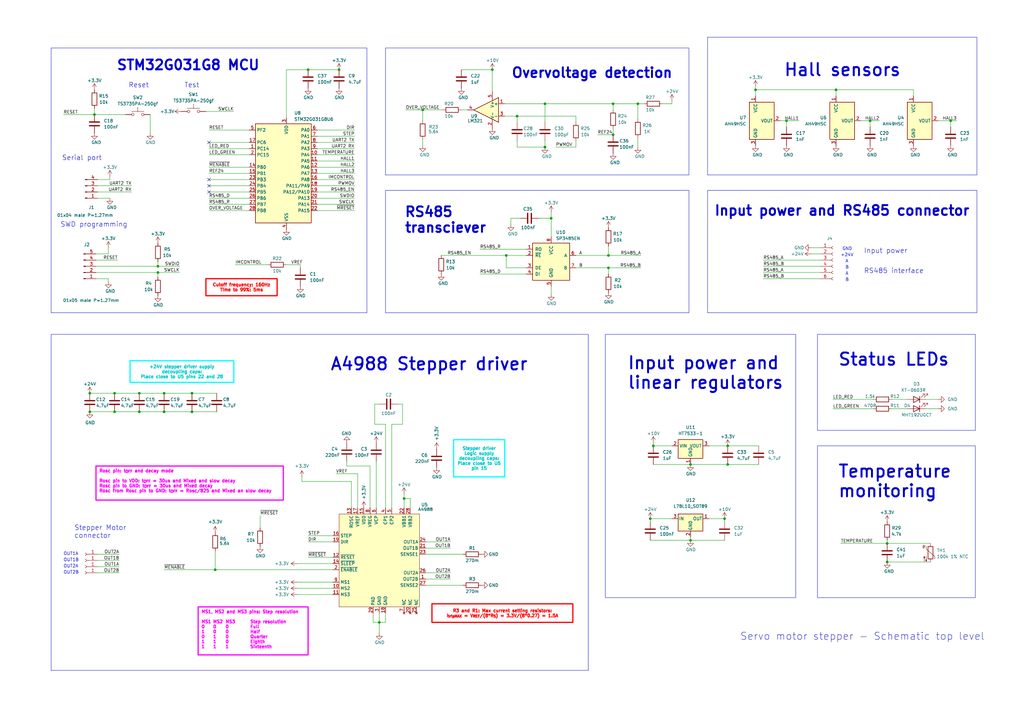
<source format=kicad_sch>
(kicad_sch (version 20230121) (generator eeschema)
  (paper "A3")
  (title_block (title "Servo motor stepper M3 - Schematic top level") (date "2024-01-24") (rev "V5"))
  (junction (at 165.735 204.47))
  (junction (at 57.15 161.29))
  (junction (at 38.735 46.99))
  (junction (at 46.99 161.29))
  (junction (at 389.89 49.53))
  (junction (at 283.21 221.615))
  (junction (at 298.45 182.88))
  (junction (at 88.265 233.68))
  (junction (at 207.645 104.775))
  (junction (at 64.77 111.76))
  (junction (at 173.355 45.085))
  (junction (at 126.365 28.575))
  (junction (at 64.77 109.22))
  (junction (at 67.31 161.29))
  (junction (at 251.46 42.545))
  (junction (at 249.555 109.855))
  (junction (at 46.99 168.91))
  (junction (at 223.52 60.325))
  (junction (at 67.31 168.91))
  (junction (at 139.065 28.575))
  (junction (at 201.93 28.575))
  (junction (at 363.855 230.505))
  (junction (at 78.74 161.29))
  (junction (at 266.7 212.725))
  (junction (at 36.83 168.91))
  (junction (at 223.52 42.545))
  (junction (at 309.88 36.83))
  (junction (at 212.09 47.625))
  (junction (at 298.45 190.5))
  (junction (at 322.58 49.53))
  (junction (at 57.15 168.91))
  (junction (at 261.62 42.545))
  (junction (at 363.855 222.885))
  (junction (at 342.9 36.83))
  (junction (at 297.18 212.725))
  (junction (at 251.46 55.245))
  (junction (at 226.06 89.535))
  (junction (at 283.21 190.5))
  (junction (at 155.575 255.27))
  (junction (at 249.555 104.775))
  (junction (at 36.83 161.29))
  (junction (at 78.74 168.91))
  (junction (at 267.97 182.88))
  (junction (at 356.87 49.53))
  (no_connect (at 85.725 58.42))
  (no_connect (at 85.725 73.66))
  (no_connect (at 85.725 78.74))
  (no_connect (at 85.725 76.2))
  (wire (pts (xy 165.1 165.735) (xy 163.195 165.735)))
  (wire (pts (xy 320.04 49.53) (xy 322.58 49.53)))
  (wire (pts (xy 275.59 42.545) (xy 271.78 42.545)))
  (wire (pts (xy 180.975 104.775) (xy 207.645 104.775)))
  (wire (pts (xy 212.09 47.625) (xy 236.22 47.625)))
  (wire (pts (xy 166.37 45.085) (xy 173.355 45.085)))
  (wire (pts (xy 379.73 163.83) (xy 384.81 163.83)))
  (wire (pts (xy 39.37 109.22) (xy 64.77 109.22)))
  (wire (pts (xy 227.965 60.325) (xy 236.22 60.325)))
  (wire (pts (xy 332.74 104.14) (xy 336.55 104.14)))
  (wire (pts (xy 145.415 71.12) (xy 130.175 71.12)))
  (wire (pts (xy 145.415 78.74) (xy 130.175 78.74)))
  (wire (pts (xy 356.87 49.53) (xy 360.68 49.53)))
  (wire (pts (xy 145.415 63.5) (xy 130.175 63.5)))
  (wire (pts (xy 85.725 81.28) (xy 102.235 81.28)))
  (wire (pts (xy 209.55 89.535) (xy 209.55 92.075)))
  (wire (pts (xy 165.735 204.47) (xy 165.735 208.28)))
  (wire (pts (xy 184.785 224.79) (xy 174.625 224.79)))
  (wire (pts (xy 57.15 161.29) (xy 67.31 161.29)))
  (wire (pts (xy 38.735 46.99) (xy 51.435 46.99)))
  (wire (pts (xy 137.795 194.31) (xy 146.685 194.31)))
  (wire (pts (xy 223.52 60.325) (xy 223.52 57.785)))
  (wire (pts (xy 145.415 53.34) (xy 130.175 53.34)))
  (wire (pts (xy 173.355 45.085) (xy 173.355 49.53)))
  (wire (pts (xy 144.145 197.485) (xy 123.825 197.485)))
  (wire (pts (xy 153.67 173.99) (xy 158.115 173.99)))
  (wire (pts (xy 145.415 76.2) (xy 130.175 76.2)))
  (wire (pts (xy 332.74 101.6) (xy 336.55 101.6)))
  (wire (pts (xy 40.005 78.74) (xy 53.975 78.74)))
  (wire (pts (xy 249.555 100.965) (xy 249.555 104.775)))
  (wire (pts (xy 249.555 104.775) (xy 262.89 104.775)))
  (wire (pts (xy 78.74 168.91) (xy 88.9 168.91)))
  (wire (pts (xy 173.355 45.085) (xy 181.61 45.085)))
  (wire (pts (xy 249.555 109.855) (xy 249.555 112.395)))
  (wire (pts (xy 144.145 208.28) (xy 144.145 197.485)))
  (wire (pts (xy 130.175 58.42) (xy 145.415 58.42)))
  (wire (pts (xy 39.37 104.14) (xy 44.45 104.14)))
  (wire (pts (xy 266.7 212.725) (xy 266.7 213.995)))
  (wire (pts (xy 130.175 60.96) (xy 145.415 60.96)))
  (wire (pts (xy 145.415 68.58) (xy 130.175 68.58)))
  (wire (pts (xy 85.725 76.2) (xy 102.235 76.2)))
  (wire (pts (xy 374.65 39.37) (xy 374.65 36.83)))
  (wire (pts (xy 174.625 240.03) (xy 189.865 240.03)))
  (wire (pts (xy 236.22 109.855) (xy 249.555 109.855)))
  (wire (pts (xy 389.89 49.53) (xy 389.89 52.07)))
  (wire (pts (xy 145.415 55.88) (xy 130.175 55.88)))
  (wire (pts (xy 145.415 73.66) (xy 130.175 73.66)))
  (wire (pts (xy 353.06 49.53) (xy 356.87 49.53)))
  (wire (pts (xy 57.15 168.91) (xy 67.31 168.91)))
  (wire (pts (xy 212.09 47.625) (xy 212.09 50.165)))
  (wire (pts (xy 85.725 58.42) (xy 102.235 58.42)))
  (wire (pts (xy 158.115 173.99) (xy 158.115 208.28)))
  (wire (pts (xy 106.68 211.455) (xy 106.68 216.535)))
  (wire (pts (xy 184.785 237.49) (xy 174.625 237.49)))
  (wire (pts (xy 126.365 219.71) (xy 136.525 219.71)))
  (wire (pts (xy 261.62 56.515) (xy 261.62 60.325)))
  (wire (pts (xy 207.645 104.775) (xy 215.9 104.775)))
  (wire (pts (xy 365.76 163.83) (xy 372.11 163.83)))
  (wire (pts (xy 283.21 221.615) (xy 297.18 221.615)))
  (wire (pts (xy 363.855 222.885) (xy 381.635 222.885)))
  (wire (pts (xy 261.62 42.545) (xy 261.62 48.895)))
  (wire (pts (xy 379.73 167.64) (xy 384.81 167.64)))
  (wire (pts (xy 165.735 202.565) (xy 165.735 204.47)))
  (wire (pts (xy 155.575 165.735) (xy 153.67 165.735)))
  (wire (pts (xy 313.055 109.22) (xy 336.55 109.22)))
  (wire (pts (xy 313.055 106.68) (xy 336.55 106.68)))
  (wire (pts (xy 196.85 102.235) (xy 215.9 102.235)))
  (wire (pts (xy 121.92 241.3) (xy 136.525 241.3)))
  (wire (pts (xy 212.09 57.785) (xy 212.09 60.325)))
  (wire (pts (xy 123.19 108.585) (xy 123.19 109.855)))
  (wire (pts (xy 226.06 89.535) (xy 226.06 97.155)))
  (wire (pts (xy 121.92 243.84) (xy 136.525 243.84)))
  (wire (pts (xy 168.275 204.47) (xy 165.735 204.47)))
  (wire (pts (xy 126.365 222.25) (xy 136.525 222.25)))
  (wire (pts (xy 160.655 173.99) (xy 165.1 173.99)))
  (wire (pts (xy 298.45 190.5) (xy 311.15 190.5)))
  (wire (pts (xy 154.305 189.23) (xy 154.305 208.28)))
  (wire (pts (xy 48.895 229.87) (xy 40.005 229.87)))
  (wire (pts (xy 40.005 73.66) (xy 45.085 73.66)))
  (wire (pts (xy 184.785 222.25) (xy 174.625 222.25)))
  (wire (pts (xy 121.92 231.14) (xy 136.525 231.14)))
  (wire (pts (xy 117.475 108.585) (xy 123.19 108.585)))
  (wire (pts (xy 145.415 81.28) (xy 130.175 81.28)))
  (wire (pts (xy 363.855 230.505) (xy 381.635 230.505)))
  (wire (pts (xy 40.005 81.28) (xy 45.085 81.28)))
  (wire (pts (xy 36.83 161.29) (xy 46.99 161.29)))
  (wire (pts (xy 267.97 181.61) (xy 267.97 182.88)))
  (wire (pts (xy 207.645 109.855) (xy 215.9 109.855)))
  (wire (pts (xy 85.725 73.66) (xy 102.235 73.66)))
  (wire (pts (xy 226.06 86.995) (xy 226.06 89.535)))
  (wire (pts (xy 145.415 66.04) (xy 130.175 66.04)))
  (wire (pts (xy 64.77 107.315) (xy 64.77 109.22)))
  (wire (pts (xy 207.01 42.545) (xy 223.52 42.545)))
  (wire (pts (xy 38.735 44.45) (xy 38.735 46.99)))
  (wire (pts (xy 142.24 191.135) (xy 142.24 189.23)))
  (wire (pts (xy 275.59 212.725) (xy 266.7 212.725)))
  (wire (pts (xy 389.89 49.53) (xy 392.43 49.53)))
  (wire (pts (xy 267.97 182.88) (xy 275.59 182.88)))
  (wire (pts (xy 363.855 221.615) (xy 363.855 222.885)))
  (wire (pts (xy 223.52 50.165) (xy 223.52 42.545)))
  (wire (pts (xy 173.355 57.15) (xy 173.355 59.69)))
  (wire (pts (xy 44.45 114.3) (xy 44.45 115.57)))
  (wire (pts (xy 64.77 111.76) (xy 73.66 111.76)))
  (wire (pts (xy 85.725 78.74) (xy 102.235 78.74)))
  (wire (pts (xy 261.62 42.545) (xy 264.16 42.545)))
  (wire (pts (xy 220.98 89.535) (xy 226.06 89.535)))
  (wire (pts (xy 168.275 208.28) (xy 168.275 204.47)))
  (wire (pts (xy 158.115 251.46) (xy 158.115 255.27)))
  (wire (pts (xy 39.37 106.68) (xy 48.26 106.68)))
  (wire (pts (xy 207.01 47.625) (xy 212.09 47.625)))
  (wire (pts (xy 297.18 212.725) (xy 297.18 213.995)))
  (wire (pts (xy 226.06 120.65) (xy 226.06 117.475)))
  (wire (pts (xy 85.725 63.5) (xy 102.235 63.5)))
  (wire (pts (xy 313.055 114.3) (xy 336.55 114.3)))
  (wire (pts (xy 298.45 182.88) (xy 311.15 182.88)))
  (wire (pts (xy 155.575 251.46) (xy 155.575 255.27)))
  (wire (pts (xy 322.58 49.53) (xy 322.58 52.07)))
  (wire (pts (xy 174.625 227.33) (xy 189.865 227.33)))
  (wire (pts (xy 126.365 228.6) (xy 136.525 228.6)))
  (wire (pts (xy 61.595 46.99) (xy 61.595 54.61)))
  (wire (pts (xy 85.725 68.58) (xy 102.235 68.58)))
  (wire (pts (xy 39.37 111.76) (xy 64.77 111.76)))
  (wire (pts (xy 153.035 255.27) (xy 155.575 255.27)))
  (wire (pts (xy 96.52 108.585) (xy 109.855 108.585)))
  (wire (pts (xy 85.725 86.36) (xy 102.235 86.36)))
  (wire (pts (xy 283.21 190.5) (xy 298.45 190.5)))
  (wire (pts (xy 213.36 89.535) (xy 209.55 89.535)))
  (wire (pts (xy 26.035 46.99) (xy 38.735 46.99)))
  (wire (pts (xy 344.805 222.885) (xy 363.855 222.885)))
  (wire (pts (xy 155.575 255.27) (xy 155.575 259.715)))
  (wire (pts (xy 123.825 195.58) (xy 123.825 197.485)))
  (wire (pts (xy 236.22 47.625) (xy 236.22 50.165)))
  (wire (pts (xy 88.265 233.68) (xy 88.265 226.06)))
  (wire (pts (xy 212.09 60.325) (xy 223.52 60.325)))
  (wire (pts (xy 78.74 161.29) (xy 88.9 161.29)))
  (wire (pts (xy 85.725 71.12) (xy 102.235 71.12)))
  (wire (pts (xy 64.77 113.665) (xy 64.77 111.76)))
  (wire (pts (xy 290.83 212.725) (xy 297.18 212.725)))
  (wire (pts (xy 48.895 234.95) (xy 40.005 234.95)))
  (wire (pts (xy 342.9 39.37) (xy 342.9 36.83)))
  (wire (pts (xy 374.65 36.83) (xy 342.9 36.83)))
  (wire (pts (xy 44.45 104.14) (xy 44.45 101.6)))
  (wire (pts (xy 249.555 109.855) (xy 262.89 109.855)))
  (wire (pts (xy 117.475 48.26) (xy 117.475 28.575)))
  (wire (pts (xy 207.645 104.775) (xy 207.645 109.855)))
  (wire (pts (xy 322.58 49.53) (xy 327.66 49.53)))
  (wire (pts (xy 40.005 76.2) (xy 53.975 76.2)))
  (wire (pts (xy 165.1 173.99) (xy 165.1 165.735)))
  (wire (pts (xy 64.77 109.22) (xy 73.66 109.22)))
  (wire (pts (xy 151.765 191.135) (xy 151.765 208.28)))
  (wire (pts (xy 189.23 45.085) (xy 191.77 45.085)))
  (wire (pts (xy 189.23 28.575) (xy 201.93 28.575)))
  (wire (pts (xy 85.725 60.96) (xy 102.235 60.96)))
  (wire (pts (xy 158.115 255.27) (xy 155.575 255.27)))
  (wire (pts (xy 126.365 28.575) (xy 139.065 28.575)))
  (wire (pts (xy 67.31 168.91) (xy 78.74 168.91)))
  (wire (pts (xy 313.055 111.76) (xy 336.55 111.76)))
  (wire (pts (xy 84.455 45.72) (xy 95.885 45.72)))
  (wire (pts (xy 223.52 42.545) (xy 251.46 42.545)))
  (wire (pts (xy 160.655 208.28) (xy 160.655 173.99)))
  (wire (pts (xy 153.67 165.735) (xy 153.67 173.99)))
  (wire (pts (xy 136.525 233.68) (xy 88.265 233.68)))
  (wire (pts (xy 46.99 168.91) (xy 57.15 168.91)))
  (wire (pts (xy 309.88 35.56) (xy 309.88 36.83)))
  (wire (pts (xy 236.22 57.785) (xy 236.22 60.325)))
  (wire (pts (xy 275.59 41.275) (xy 275.59 42.545)))
  (wire (pts (xy 36.83 168.91) (xy 46.99 168.91)))
  (wire (pts (xy 39.37 114.3) (xy 44.45 114.3)))
  (wire (pts (xy 283.21 220.345) (xy 283.21 221.615)))
  (wire (pts (xy 341.63 167.64) (xy 358.14 167.64)))
  (wire (pts (xy 45.085 73.66) (xy 45.085 72.39)))
  (wire (pts (xy 251.46 42.545) (xy 261.62 42.545)))
  (wire (pts (xy 236.22 104.775) (xy 249.555 104.775)))
  (wire (pts (xy 290.83 182.88) (xy 298.45 182.88)))
  (wire (pts (xy 48.895 232.41) (xy 40.005 232.41)))
  (wire (pts (xy 146.685 208.28) (xy 146.685 194.31)))
  (wire (pts (xy 251.46 42.545) (xy 251.46 45.085)))
  (wire (pts (xy 48.895 227.33) (xy 40.005 227.33)))
  (wire (pts (xy 201.93 28.575) (xy 201.93 37.465)))
  (wire (pts (xy 266.7 221.615) (xy 283.21 221.615)))
  (wire (pts (xy 184.785 234.95) (xy 174.625 234.95)))
  (wire (pts (xy 365.76 167.64) (xy 372.11 167.64)))
  (wire (pts (xy 251.46 52.705) (xy 251.46 55.245)))
  (wire (pts (xy 342.9 36.83) (xy 309.88 36.83)))
  (wire (pts (xy 309.88 36.83) (xy 309.88 39.37)))
  (wire (pts (xy 384.81 49.53) (xy 389.89 49.53)))
  (wire (pts (xy 145.415 86.36) (xy 130.175 86.36)))
  (wire (pts (xy 85.725 83.82) (xy 102.235 83.82)))
  (wire (pts (xy 356.87 49.53) (xy 356.87 52.07)))
  (wire (pts (xy 267.97 190.5) (xy 283.21 190.5)))
  (wire (pts (xy 245.11 55.245) (xy 251.46 55.245)))
  (wire (pts (xy 67.31 233.68) (xy 88.265 233.68)))
  (wire (pts (xy 142.24 191.135) (xy 151.765 191.135)))
  (wire (pts (xy 85.725 53.34) (xy 102.235 53.34)))
  (wire (pts (xy 117.475 28.575) (xy 126.365 28.575)))
  (wire (pts (xy 136.525 238.76) (xy 121.92 238.76)))
  (wire (pts (xy 46.99 161.29) (xy 57.15 161.29)))
  (wire (pts (xy 153.035 251.46) (xy 153.035 255.27)))
  (wire (pts (xy 341.63 163.83) (xy 358.14 163.83)))
  (wire (pts (xy 196.85 112.395) (xy 215.9 112.395)))
  (wire (pts (xy 67.31 161.29) (xy 78.74 161.29)))
  (wire (pts (xy 145.415 83.82) (xy 130.175 83.82)))
  (rectangle (start 248.285 137.16) (end 326.39 245.11))
  (rectangle (start 335.28 137.16) (end 400.05 176.53))
  (rectangle (start 20.955 137.16) (end 241.3 274.955))
  (rectangle (start 158.115 19.685) (end 282.575 71.755))
  (rectangle (start 290.195 15.24) (end 400.685 71.755))
  (rectangle (start 20.955 19.685) (end 150.495 128.27))
  (rectangle (start 158.115 78.105) (end 282.575 128.27))
  (rectangle (start 335.28 182.88) (end 400.05 245.11))
  (rectangle (start 290.195 78.105) (end 400.685 128.27))
  (text_box "Cutoff frequency: 160Hz\nTime to 99%: 5ms \n" (at 84.455 114.3 0) (size 29.21 6.985) (stroke (width 0.5) (color 255 0 0 1)) (effects (font (size 1.27 1.27) (thickness 0.4) bold)))
  (text_box "Stepper driver Logic supply \ndecoupling caps:\nPlace close to ${5a98f4ac-079c-4c0e-8aed-795619cc42de:REFERENCE} pin 15" (at 186.055 180.34 0) (size 20.955 15.24) (stroke (width 0.5) (color 0 255 255 1)) (effects (font (size 1.27 1.27) (thickness 0.4) bold)))
  (text_box "+24V stepper driver supply \ndecoupling caps:\nPlace close to ${5a98f4ac-079c-4c0e-8aed-795619cc42de:REFERENCE} pins 22 and 28" (at 53.34 147.955 0) (size 42.545 8.89) (stroke (width 0.5) (color 0 255 255 1)) (effects (font (size 1.27 1.27) (thickness 0.4) bold)))
  (text_box "MS1, MS2 and MS3 pins: Step resolution\n\nMS1	MS2	MS3		Step resolution\n0	0	0		Full\n1	0	0		Half\n0	1	0		Quarter\n1	1	0		Eighth\n1	1	1		Sixteenth\n" (at 81.28 248.92 0) (size 45.085 19.685) (stroke (width 0.5) (color 255 0 255 1)) (effects (font (size 1.27 1.27) (thickness 0.4) bold) (justify left top)))
  (text_box "${94df9340-9001-4abf-849e-0a57a0ae12d6:REFERENCE} and ${c2765680-53cb-47ff-a513-50fbdfe64cd0:REFERENCE}: Max current setting resistors:\nI_{tripMAX} = V_{REF}/(8*R_{S}) = 3.3V/(8*0.27) = 1.5A \n" (at 177.165 247.65 0) (size 57.785 7.62) (stroke (width 0.5) (color 255 0 0 1)) (effects (font (size 1.27 1.27) (thickness 0.4) bold)))
  (text_box "Rosc pin: t_{OFF} and decay mode\n\nRosc pin to VDD: t_{OFF} = 30us and Mixed and slow decay\nRosc pin to GND: t_{OFF} = 30us and Mixed decay\nRosc from Rosc pin to GND: t_{OFF} = Rosc/825 and Mixed an slow decay\n" (at 39.37 191.135 0) (size 76.835 13.97) (stroke (width 0.5) (color 255 0 255 1)) (effects (font (size 1.27 1.27) (thickness 0.4) bold) (justify left top)))
  (text "Reset" (at 52.705 36.195 0) (effects (font (size 2 2)) (justify left bottom)))
  (text "Test" (at 75.565 36.195 0) (effects (font (size 2 2)) (justify left bottom)))
  (text "B" (at 346.71 115.57 0) (effects (font (size 1.27 1.27)) (justify left bottom)))
  (text "+24V" (at 344.805 105.41 0) (effects (font (size 1.27 1.27)) (justify left bottom)))
  (text "SWD programming" (at 24.765 93.345 0) (effects (font (size 2 2)) (justify left bottom)))
  (text "Serial port" (at 25.4 66.04 0) (effects (font (size 2 2)) (justify left bottom)))
  (text "GND" (at 345.44 102.87 0) (effects (font (size 1.27 1.27)) (justify left bottom)))
  (text "RS485\ntransciever" (at 165.735 95.885 0) (effects (font (size 4 4) (thickness 0.8) bold) (justify left bottom)))
  (text "Input power" (at 354.33 104.14 0) (effects (font (size 2 2)) (justify left bottom)))
  (text "B" (at 346.71 110.49 0) (effects (font (size 1.27 1.27)) (justify left bottom)))
  (text "OUT2B" (at 26.035 235.585 0) (effects (font (size 1.27 1.27)) (justify left bottom)))
  (text "Status LEDs" (at 343.535 150.495 0) (effects (font (size 5 5) (thickness 0.8) bold) (justify left bottom)))
  (text "Overvoltage detection" (at 209.55 32.385 0) (effects (font (size 4 4) (thickness 0.8) bold) (justify left bottom)))
  (text "Input power and\nlinear regulators" (at 257.175 160.02 0) (effects (font (size 5 5) (thickness 0.8) bold) (justify left bottom)))
  (text "A" (at 346.71 107.95 0) (effects (font (size 1.27 1.27)) (justify left bottom)))
  (text "Input power and RS485 connector" (at 292.735 88.9 0) (effects (font (size 4 4) (thickness 0.8) bold) (justify left bottom)))
  (text "A" (at 346.71 113.03 0) (effects (font (size 1.27 1.27)) (justify left bottom)))
  (text "RS485 interface" (at 354.33 112.395 0) (effects (font (size 2 2)) (justify left bottom)))
  (text "Temperature\nmonitoring" (at 343.535 204.47 0) (effects (font (size 5 5) (thickness 0.8) bold) (justify left bottom)))
  (text "OUT1A" (at 26.035 227.965 0) (effects (font (size 1.27 1.27)) (justify left bottom)))
  (text "Servo motor stepper - Schematic top level" (at 303.53 262.89 0) (effects (font (size 3 3)) (justify left bottom)))
  (text "STM32G031G8 MCU" (at 47.625 29.21 0) (effects (font (size 4 4) (thickness 0.8) bold) (justify left bottom)))
  (text "OUT2A" (at 26.035 233.045 0) (effects (font (size 1.27 1.27)) (justify left bottom)))
  (text "OUT1B" (at 26.035 230.505 0) (effects (font (size 1.27 1.27)) (justify left bottom)))
  (text "A4988 Stepper driver" (at 135.255 152.4 0) (effects (font (size 5 5) (thickness 0.8) bold) (justify left bottom)))
  (text "Hall sensors" (at 321.31 31.75 0) (effects (font (size 5 5) (thickness 0.8) bold) (justify left bottom)))
  (text "Stepper Motor\nconnector" (at 30.48 220.98 0) (effects (font (size 2 2)) (justify left bottom)))
  (label "DIR" (at 126.365 222.25 0))
  (label "RESET" (at 48.26 106.68 180))
  (label "OUT1A" (at 184.785 222.25 180))
  (label "RS485_EN" (at 145.415 78.74 180))
  (label "~{MENABLE}" (at 85.725 68.58 0))
  (label "SWCLK" (at 73.66 111.76 180))
  (label "OVER_VOLTAGE" (at 85.725 86.36 0))
  (label "HALL2" (at 360.68 49.53 180))
  (label "OUT2A" (at 184.785 234.95 180))
  (label "REF24" (at 245.11 55.245 0))
  (label "RS485_R" (at 196.85 102.235 0))
  (label "RS485_EN" (at 183.515 104.775 0))
  (label "DIR" (at 145.415 53.34 180))
  (label "OUT2B" (at 184.785 237.49 180))
  (label "OUT2B" (at 48.895 234.95 180))
  (label "LED_GREEN" (at 85.725 63.5 0))
  (label "~{MENABLE}" (at 67.31 233.68 0))
  (label "RS485_B" (at 313.055 109.22 0))
  (label "SWCLK" (at 145.415 83.82 180))
  (label "STEP" (at 126.365 219.71 0))
  (label "RS485_A" (at 313.055 106.68 0))
  (label "OUT1A" (at 48.895 232.41 180))
  (label "PWMOV" (at 227.965 60.325 0))
  (label "UART2 RX" (at 53.975 78.74 180))
  (label "OUT1B" (at 48.895 229.87 180))
  (label "B" (at 237.49 109.855 0))
  (label "RESET" (at 26.035 46.99 0))
  (label "PWMOV" (at 145.415 76.2 180))
  (label "RS485_A" (at 313.055 111.76 0))
  (label "RS485_A" (at 262.89 104.775 180))
  (label "HALL2" (at 145.415 68.58 180))
  (label "LED_RED" (at 85.725 60.96 0))
  (label "RESET" (at 85.725 53.34 0))
  (label "OVER_VOLTAGE" (at 166.37 45.085 0))
  (label "VREF" (at 119.38 108.585 0))
  (label "RS485_B" (at 313.055 114.3 0))
  (label "RS485_D" (at 196.85 112.395 0))
  (label "HALL3" (at 145.415 71.12 180))
  (label "LED_RED" (at 341.63 163.83 0))
  (label "LED_GREEN" (at 341.63 167.64 0))
  (label "SWCLK" (at 95.885 45.72 180))
  (label "~{MRESET}" (at 145.415 86.36 180))
  (label "REF24" (at 85.725 71.12 0))
  (label "IMCONTROL" (at 145.415 73.66 180))
  (label "RS485_R" (at 85.725 83.82 0))
  (label "UART2 TX" (at 145.415 58.42 180))
  (label "~{MRESET}" (at 106.68 211.455 0))
  (label "SWDIO" (at 73.66 109.22 180))
  (label "UART2 TX" (at 53.975 76.2 180))
  (label "HALL1" (at 145.415 66.04 180))
  (label "TEMPERATURE" (at 344.805 222.885 0))
  (label "VREF" (at 137.795 194.31 0))
  (label "A" (at 237.49 104.775 0))
  (label "RS485_B" (at 262.89 109.855 180))
  (label "HALL3" (at 392.43 49.53 180))
  (label "UART2 RX" (at 145.415 60.96 180))
  (label "TEMPERATURE" (at 145.415 63.5 180))
  (label "OUT2A" (at 48.895 227.33 180))
  (label "~{MRESET}" (at 126.365 228.6 0))
  (label "IMCONTROL" (at 96.52 108.585 0))
  (label "SWDIO" (at 145.415 81.28 180))
  (label "HALL1" (at 327.66 49.53 180))
  (label "STEP" (at 145.415 55.88 180))
  (label "OUT1B" (at 184.785 224.79 180))
  (label "RS485_D" (at 85.725 81.28 0))
  (symbol (lib_id "power:GND") (at 363.855 230.505 0) (unit 1)
    (property "Reference" "#PWR071" (effects hide))
    (property "Value" "GND" (at 362.585 234.315 0) (effects (justify left)))
  )
  (symbol (lib_id "power:+3.3V") (at 309.88 35.56 0) (unit 1)
    (property "Reference" "#PWR028" (effects hide))
    (property "Value" "+3.3V" (at 309.88 31.75 0))
  )
  (symbol (lib_id "power:+3.3V") (at 226.06 86.995 0) (unit 1)
    (property "Reference" "#PWR033" (effects hide))
    (property "Value" "+3.3V" (at 226.06 83.185 0))
  )
  (symbol (lib_id "power:GND") (at 356.87 59.69 0) (unit 1)
    (property "Reference" "#PWR0105" (effects hide))
    (property "Value" "GND" (at 355.6 63.5 0) (effects (justify left)))
  )
  (symbol (lib_id "Device:C") (at 38.735 50.8 0) (unit 1)
    (property "Reference" "C18" (at 42.545 49.5299 0) (effects (justify left)))
    (property "Value" "100nF" (at 42.545 52.0699 0) (effects (justify left)))
    (property "Footprint" "Capacitor_SMD:C_0603_1608Metric" (effects hide))
    (property "LCSC" "C14663" (effects hide))
  )
  (symbol (lib_id "power:+3.3V") (at 139.065 28.575 0) (unit 1)
    (property "Reference" "#PWR07" (effects hide))
    (property "Value" "+3.3V" (at 139.065 24.765 0))
  )
  (symbol (lib_id "power:+3.3V") (at 298.45 182.88 0) (unit 1)
    (property "Reference" "#PWR060" (effects hide))
    (property "Value" "+3.3V" (at 298.45 179.07 0))
  )
  (symbol (lib_id "Sensor_Magnetic:A1101ELHL") (at 312.42 49.53 0) (unit 1)
    (property "Reference" "U7" (at 306.07 48.2599 0) (effects (justify right)))
    (property "Value" "AH49HSC" (at 306.07 50.7999 0) (effects (justify right)))
    (property "Footprint" "Package_TO_SOT_SMD:SOT-23" (effects hide))
    (property "Sim.Enable" "0" (effects hide))
    (property "LCSC" "C510723" (effects hide))
  )
  (symbol (lib_id "power:GND") (at 322.58 59.69 0) (unit 1)
    (property "Reference" "#PWR0110" (effects hide))
    (property "Value" "GND" (at 321.31 63.5 0) (effects (justify left)))
  )
  (symbol (lib_id "power:GND") (at 309.88 59.69 0) (unit 1)
    (property "Reference" "#PWR0108" (effects hide))
    (property "Value" "GND" (at 308.61 63.5 0) (effects (justify left)))
  )
  (symbol (lib_id "power:GND") (at 384.81 163.83 90) (unit 1)
    (property "Reference" "#PWR030" (effects hide))
    (property "Value" "GND" (at 388.62 163.8299 90) (effects (justify right)))
  )
  (symbol (lib_id "Device:R") (at 113.665 108.585 90) (unit 1)
    (property "Reference" "R22" (at 113.665 106.045 90))
    (property "Value" "10k" (at 113.665 111.125 90))
    (property "Footprint" "Resistor_SMD:R_0402_1005Metric" (effects hide))
    (property "LCSC" "C25744" (effects hide))
  )
  (symbol (lib_id "Sensor_Magnetic:A1101ELHL") (at 377.19 49.53 0) (unit 1)
    (property "Reference" "U4" (at 370.84 48.2599 0) (effects (justify right)))
    (property "Value" "AH49HSC" (at 370.84 50.7999 0) (effects (justify right)))
    (property "Footprint" "Package_TO_SOT_SMD:SOT-23" (effects hide))
    (property "Sim.Enable" "0" (effects hide))
    (property "LCSC" "C510723" (effects hide))
  )
  (symbol (lib_id "power:GND") (at 123.19 117.475 0) (unit 1)
    (property "Reference" "#PWR038" (effects hide))
    (property "Value" "GND" (at 121.285 121.285 0) (effects (justify left)))
  )
  (symbol (lib_id "power:+3.3V") (at 38.735 36.83 0) (unit 1)
    (property "Reference" "#PWR035" (effects hide))
    (property "Value" "+3.3V" (at 38.735 33.02 0))
  )
  (symbol (lib_id "power:GND") (at 249.555 120.015 0) (unit 1)
    (property "Reference" "#PWR018" (effects hide))
    (property "Value" "GND" (at 247.65 123.825 0) (effects (justify left)))
  )
  (symbol (lib_id "power:GND") (at 283.21 221.615 0) (unit 1)
    (property "Reference" "#PWR055" (effects hide))
    (property "Value" "GND" (at 281.305 225.425 0) (effects (justify left)))
  )
  (symbol (lib_id "power:GND") (at 64.77 121.285 0) (unit 1)
    (property "Reference" "#PWR09" (effects hide))
    (property "Value" "GND" (at 62.865 125.095 0) (effects (justify left)))
  )
  (symbol (lib_id "power:GND") (at 223.52 60.325 0) (unit 1)
    (property "Reference" "#PWR058" (effects hide))
    (property "Value" "GND" (at 222.25 64.135 0) (effects (justify left)))
  )
  (symbol (lib_id "power:+3.3V") (at 149.225 208.28 0) (unit 1)
    (property "Reference" "#PWR016" (effects hide))
    (property "Value" "+3.3V" (at 149.225 201.93 90))
  )
  (symbol (lib_id "power:+3.3V") (at 121.92 241.3 90) (unit 1)
    (property "Reference" "#PWR043" (effects hide))
    (property "Value" "+3.3V" (at 115.57 241.3 90))
  )
  (symbol (lib_id "Device:R") (at 106.68 220.345 180) (unit 1)
    (property "Reference" "R7" (at 102.87 219.075 0))
    (property "Value" "10k" (at 102.87 221.615 0))
    (property "Footprint" "Resistor_SMD:R_0402_1005Metric" (effects hide))
    (property "LCSC" "C25744" (effects hide))
  )
  (symbol (lib_id "power:GND") (at 189.23 36.195 0) (unit 1)
    (property "Reference" "#PWR044" (effects hide))
    (property "Value" "GND" (at 187.96 40.005 0) (effects (justify left)))
  )
  (symbol (lib_id "Device:R") (at 249.555 116.205 180) (unit 1)
    (property "Reference" "R2" (at 253.365 114.935 0))
    (property "Value" "10k" (at 253.365 117.475 0))
    (property "Footprint" "Resistor_SMD:R_0402_1005Metric" (effects hide))
    (property "LCSC" "C25744" (effects hide))
  )
  (symbol (lib_id "power:+24V") (at 266.7 212.725 0) (unit 1)
    (property "Reference" "#PWR047" (effects hide))
    (property "Value" "+24V" (at 266.7 208.915 0))
  )
  (symbol (lib_name "L78L10_SOT89_1") (lib_id "Regulator_Linear:L78L10_SOT89") (at 283.21 212.725 0) (unit 1)
    (property "Reference" "U12" (at 283.21 205.105 0))
    (property "Value" "L78L10_SOT89" (at 283.21 207.645 0))
    (property "Footprint" "Package_TO_SOT_SMD:SOT-89-3" (effects hide))
    (property "Datasheet" "http://www.st.com/content/ccc/resource/technical/document/datasheet/15/55/e5/aa/23/5b/43/fd/CD00000446.pdf/files/CD00000446.pdf/jcr:content/translations/en.CD00000446.pdf" (effects hide))
    (property "LCSC" "C122848" (effects hide))
    (property "Sim.Enable" "0" (effects hide))
  )
  (symbol (lib_id "Device:LED") (at 375.92 167.64 180) (unit 1)
    (property "Reference" "D4" (at 372.11 166.37 0))
    (property "Value" "MHT192UGCT" (at 375.92 170.18 0))
    (property "Footprint" "LED_SMD:LED_0603_1608Metric" (effects hide))
    (property "Sim.Enable" "0" (effects hide))
    (property "LCSC" "C389519" (effects hide))
  )
  (symbol (lib_id "power:GND") (at 44.45 115.57 0) (unit 1)
    (property "Reference" "#PWR05" (effects hide))
    (property "Value" "GND" (at 43.18 119.38 0) (effects (justify left)))
  )
  (symbol (lib_id "Device:C") (at 189.23 32.385 0) (unit 1)
    (property "Reference" "C22" (at 193.04 31.1149 0) (effects (justify left)))
    (property "Value" "1uF" (at 193.04 33.6549 0) (effects (justify left)))
    (property "Footprint" "Capacitor_SMD:C_0603_1608Metric" (effects hide))
    (property "LCSC" "C15849" (effects hide))
  )
  (symbol (lib_id "power:GND") (at 173.355 59.69 0) (unit 1)
    (property "Reference" "#PWR049" (effects hide))
    (property "Value" "GND" (at 172.085 63.5 0) (effects (justify left)))
  )
  (symbol (lib_id "power:GND") (at 117.475 93.98 0) (unit 1)
    (property "Reference" "#PWR029" (effects hide))
    (property "Value" "GND" (at 115.57 97.79 0) (effects (justify left)))
  )
  (symbol (lib_id "Device:R") (at 173.355 53.34 180) (unit 1)
    (property "Reference" "R23" (at 177.8 52.07 0))
    (property "Value" "5.6k" (at 177.8 53.975 0))
    (property "Footprint" "Resistor_SMD:R_0402_1005Metric" (effects hide))
    (property "LCSC" "C25908" (effects hide))
  )
  (symbol (lib_id "power:GND") (at 139.065 36.195 0) (unit 1)
    (property "Reference" "#PWR021" (effects hide))
    (property "Value" "GND" (at 137.16 40.005 0) (effects (justify left)))
  )
  (symbol (lib_id "servo_motor:A4988") (at 155.575 231.14 0) (unit 1)
    (property "Reference" "U5" (at 172.72 207.01 0) (effects (justify left)))
    (property "Value" "A4988" (at 171.45 208.915 0) (effects (justify left)))
    (property "Footprint" "servo_motor:QFN-28-1EP_5x5mm_P0.5mm_EP3.75x3.75mm_ThermalVias_0.3mm" (effects hide))
    (property "Sim.Enable" "0" (effects hide))
    (property "LCSC" "C38437" (effects hide))
  )
  (symbol (lib_id "Regulator_Linear:HT75xx-1-SOT89") (at 283.21 185.42 0) (unit 1)
    (property "Reference" "U11" (at 283.21 175.26 0))
    (property "Value" "HT7533-1" (at 283.21 177.8 0))
    (property "Footprint" "Package_TO_SOT_SMD:SOT-89-3" (effects hide))
    (property "Sim.Enable" "0" (effects hide))
    (property "LCSC" "C14289" (effects hide))
  )
  (symbol (lib_id "power:+3.3V") (at 121.92 238.76 90) (unit 1)
    (property "Reference" "#PWR045" (effects hide))
    (property "Value" "+3.3V" (at 115.57 238.76 90))
  )
  (symbol (lib_id "Device:C") (at 311.15 186.69 0) (unit 1)
    (property "Reference" "C5" (at 314.96 185.4199 0) (effects (justify left)))
    (property "Value" "4.7uF" (at 314.96 187.9599 0) (effects (justify left)))
    (property "Footprint" "Capacitor_SMD:C_0805_2012Metric" (effects hide))
    (property "LCSC" "C1779" (effects hide))
  )
  (symbol (lib_id "Device:R") (at 361.95 167.64 90) (unit 1)
    (property "Reference" "R11" (at 367.03 166.37 90))
    (property "Value" "470R" (at 356.87 166.37 90))
    (property "Footprint" "Resistor_SMD:R_0402_1005Metric" (effects hide))
    (property "LCSC" "C25117" (effects hide))
  )
  (symbol (lib_id "power:GND") (at 38.735 54.61 0) (unit 1)
    (property "Reference" "#PWR036" (effects hide))
    (property "Value" "GND" (at 37.465 58.42 0) (effects (justify left)))
  )
  (symbol (lib_id "Device:C") (at 179.07 187.96 0) (unit 1)
    (property "Reference" "C6" (at 172.72 186.69 0) (effects (justify left)))
    (property "Value" "220nF" (at 170.18 189.23 0) (effects (justify left)))
    (property "Footprint" "Capacitor_SMD:C_0603_1608Metric" (effects hide))
    (property "LCSC" "C21120" (effects hide))
  )
  (symbol (lib_id "power:GND") (at 61.595 54.61 0) (unit 1)
    (property "Reference" "#PWR039" (effects hide))
    (property "Value" "GND" (at 59.69 58.42 0) (effects (justify left)))
  )
  (symbol (lib_id "power:GND") (at 197.485 240.03 90) (unit 1)
    (property "Reference" "#PWR015" (effects hide))
    (property "Value" "GND" (at 204.47 240.03 90) (effects (justify left)))
  )
  (symbol (lib_id "power:GND") (at 126.365 36.195 0) (unit 1)
    (property "Reference" "#PWR027" (effects hide))
    (property "Value" "GND" (at 124.46 40.005 0) (effects (justify left)))
  )
  (symbol (lib_id "Connector:Conn_01x01_Socket") (at 34.925 234.95 180) (unit 1) (in_bom no)
    (property "Reference" "J8" (effects hide))
    (property "Value" "Conn_01x01_Socket" (effects hide))
    (property "Footprint" "servo_motor:Pad_3mm_TopOnly" (effects hide))
  )
  (symbol (lib_id "Device:C") (at 36.83 165.1 0) (unit 1)
    (property "Reference" "C12" (at 39.37 163.83 0) (effects (justify left)))
    (property "Value" "4.7uF" (at 39.37 166.37 0) (effects (justify left)))
    (property "Footprint" "Capacitor_SMD:C_0805_2012Metric" (effects hide))
    (property "LCSC" "C1779" (effects hide))
  )
  (symbol (lib_id "Device:C") (at 154.305 185.42 0) (unit 1)
    (property "Reference" "C3" (at 147.955 184.15 0) (effects (justify left)))
    (property "Value" "100nF" (at 145.415 186.69 0) (effects (justify left)))
    (property "Footprint" "Capacitor_SMD:C_0603_1608Metric" (effects hide))
    (property "LCSC" "C14663" (effects hide))
  )
  (symbol (lib_id "power:GND") (at 36.83 168.91 0) (unit 1)
    (property "Reference" "#PWR032" (effects hide))
    (property "Value" "GND" (at 34.925 173.355 0) (effects (justify left)))
  )
  (symbol (lib_id "Device:C") (at 251.46 59.055 0) (unit 1)
    (property "Reference" "C36" (at 254 57.785 0) (effects (justify left)))
    (property "Value" "100nF" (at 254 60.325 0) (effects (justify left)))
    (property "Footprint" "Capacitor_SMD:C_0603_1608Metric" (effects hide))
    (property "LCSC" "C14663" (effects hide))
  )
  (symbol (lib_id "Device:R") (at 88.265 222.25 180) (unit 1)
    (property "Reference" "R6" (at 91.44 220.98 0))
    (property "Value" "5.6k" (at 92.075 222.885 0))
    (property "Footprint" "Resistor_SMD:R_0402_1005Metric" (effects hide))
    (property "LCSC" "C25908" (effects hide))
  )
  (symbol (lib_id "power:GND") (at 142.24 181.61 180) (unit 1)
    (property "Reference" "#PWR013" (effects hide))
    (property "Value" "GND" (at 144.145 177.8 0) (effects (justify left)))
  )
  (symbol (lib_id "power:GND") (at 155.575 259.715 0) (unit 1)
    (property "Reference" "#PWR012" (effects hide))
    (property "Value" "GND" (at 153.67 263.525 0) (effects (justify left)))
  )
  (symbol (lib_id "Device:C") (at 217.17 89.535 90) (unit 1)
    (property "Reference" "C35" (at 218.44 85.725 90) (effects (justify left)))
    (property "Value" "100nF" (at 219.71 93.345 90) (effects (justify left)))
    (property "Footprint" "Capacitor_SMD:C_0603_1608Metric" (effects hide))
    (property "LCSC" "C14663" (effects hide))
  )
  (symbol (lib_id "power:+10V") (at 201.93 28.575 0) (unit 1)
    (property "Reference" "#PWR050" (effects hide))
    (property "Value" "+10V" (at 201.93 24.765 0))
  )
  (symbol (lib_id "power:GND") (at 389.89 59.69 0) (unit 1)
    (property "Reference" "#PWR0106" (effects hide))
    (property "Value" "GND" (at 388.62 63.5 0) (effects (justify left)))
  )
  (symbol (lib_id "Device:R") (at 361.95 163.83 90) (unit 1)
    (property "Reference" "R12" (at 367.03 162.56 90))
    (property "Value" "1.5k" (at 356.87 162.56 90))
    (property "Footprint" "Resistor_SMD:R_0402_1005Metric" (effects hide))
    (property "LCSC" "C25867" (effects hide))
  )
  (symbol (lib_id "Connector:Conn_01x04_Pin") (at 34.925 78.74 0) (mirror x) (unit 1) (in_bom no)
    (property "Reference" "J1" (at 37.465 85.09 0))
    (property "Value" "01x04 male P=1.27mm" (at 34.925 88.265 0))
    (property "Footprint" "Connector_PinHeader_1.27mm:PinHeader_1x04_P1.27mm_Vertical" (effects hide))
  )
  (symbol (lib_id "power:GND") (at 332.74 101.6 270) (mirror x) (unit 1)
    (property "Reference" "#PWR020" (effects hide))
    (property "Value" "GND" (at 325.755 101.6 90) (effects (justify left)))
  )
  (symbol (lib_id "Device:R") (at 267.97 42.545 270) (unit 1)
    (property "Reference" "R27" (at 266.7 40.005 90))
    (property "Value" "10k" (at 266.7 45.085 90))
    (property "Footprint" "Resistor_SMD:R_0402_1005Metric" (effects hide))
    (property "LCSC" "C25744" (effects hide))
  )
  (symbol (lib_id "power:+3.3V") (at 45.085 72.39 0) (unit 1)
    (property "Reference" "#PWR02" (effects hide))
    (property "Value" "+3.3V" (at 45.085 68.58 0))
  )
  (symbol (lib_id "Connector:Conn_01x06_Socket") (at 341.63 106.68 0) (unit 1)
    (property "Reference" "J4" (at 339.09 97.79 0) (effects (justify left)))
    (property "Value" "Conn_01x06_Socket" (effects hide))
    (property "Footprint" "Connector_PinSocket_2.00mm:PinSocket_1x06_P2.00mm_Vertical" (effects hide))
  )
  (symbol (lib_id "power:+3.3V") (at 64.77 99.695 0) (unit 1)
    (property "Reference" "#PWR010" (effects hide))
    (property "Value" "+3.3V" (at 64.77 95.885 0))
  )
  (symbol (lib_id "power:+24V") (at 154.305 181.61 0) (unit 1)
    (property "Reference" "#PWR011" (effects hide))
    (property "Value" "+24V" (at 154.305 177.8 0))
  )
  (symbol (lib_id "Device:R") (at 64.77 117.475 180) (unit 1)
    (property "Reference" "R4" (at 60.96 116.205 0))
    (property "Value" "10k" (at 60.96 118.745 0))
    (property "Footprint" "Resistor_SMD:R_0402_1005Metric" (effects hide))
    (property "LCSC" "C25744" (effects hide))
  )
  (symbol (lib_id "Device:C") (at 298.45 186.69 0) (unit 1)
    (property "Reference" "C33" (at 302.26 185.4199 0) (effects (justify left)))
    (property "Value" "4.7uF" (at 302.26 187.9599 0) (effects (justify left)))
    (property "Footprint" "Capacitor_SMD:C_0805_2012Metric" (effects hide))
    (property "LCSC" "C1779" (effects hide))
  )
  (symbol (lib_id "Connector:Conn_01x01_Socket") (at 34.925 227.33 180) (unit 1) (in_bom no)
    (property "Reference" "J3" (effects hide))
    (property "Value" "Conn_01x01_Socket" (effects hide))
    (property "Footprint" "servo_motor:Pad_3mm_TopOnly" (effects hide))
  )
  (symbol (lib_id "power:GND") (at 384.81 167.64 90) (unit 1)
    (property "Reference" "#PWR031" (effects hide))
    (property "Value" "GND" (at 388.62 167.6399 90) (effects (justify right)))
  )
  (symbol (lib_id "Interface_UART:SP3485EN") (at 226.06 107.315 0) (unit 1)
    (property "Reference" "U10" (at 228.0159 95.25 0) (effects (justify left)))
    (property "Value" "SP3485EN" (at 228.0159 97.79 0) (effects (justify left)))
    (property "Footprint" "Package_SO:SOIC-8_3.9x4.9mm_P1.27mm" (effects hide))
    (property "Datasheet" "http://www.icbase.com/pdf/SPX/SPX00480106.pdf" (effects hide))
    (property "LCSC" "C8963" (effects hide))
  )
  (symbol (lib_id "Device:R") (at 185.42 45.085 270) (unit 1)
    (property "Reference" "R20" (at 184.15 42.545 90))
    (property "Value" "10k" (at 184.15 47.625 90))
    (property "Footprint" "Resistor_SMD:R_0402_1005Metric" (effects hide))
    (property "LCSC" "C25744" (effects hide))
  )
  (symbol (lib_id "power:+3.3V") (at 123.825 195.58 0) (unit 1)
    (property "Reference" "#PWR017" (effects hide))
    (property "Value" "+3.3V" (at 123.825 191.135 0))
  )
  (symbol (lib_id "Device:Thermistor_NTC") (at 381.635 226.695 0) (unit 1)
    (property "Reference" "TH1" (at 384.175 225.7424 0) (effects (justify left)))
    (property "Value" "100k 1% NTC" (at 384.175 228.2824 0) (effects (justify left)))
    (property "Footprint" "Resistor_SMD:R_0402_1005Metric" (effects hide))
    (property "Sim.Enable" "0" (effects hide))
    (property "LCSC" "C236279" (effects hide))
  )
  (symbol (lib_id "power:GND") (at 342.9 59.69 0) (unit 1)
    (property "Reference" "#PWR0107" (effects hide))
    (property "Value" "GND" (at 341.63 63.5 0) (effects (justify left)))
  )
  (symbol (lib_id "Device:C") (at 266.7 217.805 0) (unit 1)
    (property "Reference" "C25" (at 270.51 216.5349 0) (effects (justify left)))
    (property "Value" "100nF" (at 270.51 219.0749 0) (effects (justify left)))
    (property "Footprint" "Capacitor_SMD:C_0603_1608Metric" (effects hide))
    (property "LCSC" "C14663" (effects hide))
  )
  (symbol (lib_id "Device:C") (at 57.15 165.1 0) (unit 1)
    (property "Reference" "C15" (at 59.69 163.83 0) (effects (justify left)))
    (property "Value" "4.7uF" (at 59.69 166.37 0) (effects (justify left)))
    (property "Footprint" "Capacitor_SMD:C_0805_2012Metric" (effects hide))
    (property "LCSC" "C1779" (effects hide))
  )
  (symbol (lib_id "power:GND") (at 226.06 120.65 0) (unit 1)
    (property "Reference" "#PWR034" (effects hide))
    (property "Value" "GND" (at 224.155 124.46 0) (effects (justify left)))
  )
  (symbol (lib_id "power:+3.3V") (at 179.07 184.15 0) (unit 1)
    (property "Reference" "#PWR022" (effects hide))
    (property "Value" "+3.3V" (at 179.07 177.8 90))
  )
  (symbol (lib_id "Device:R") (at 193.675 240.03 270) (unit 1)
    (property "Reference" "R3" (at 193.675 237.49 90))
    (property "Value" "270m" (at 193.675 242.57 90))
    (property "Footprint" "Resistor_SMD:R_2010_5025Metric" (effects hide))
    (property "LCSC" "C303758" (effects hide))
  )
  (symbol (lib_id "power:+24V") (at 165.735 202.565 0) (unit 1)
    (property "Reference" "#PWR08" (effects hide))
    (property "Value" "+24V" (at 165.735 198.755 0))
  )
  (symbol (lib_id "power:+3.3V") (at 363.855 213.995 0) (unit 1)
    (property "Reference" "#PWR070" (effects hide))
    (property "Value" "+3.3V" (at 363.855 210.185 0))
  )
  (symbol (lib_id "Connector:Conn_01x01_Socket") (at 34.925 229.87 180) (unit 1) (in_bom no)
    (property "Reference" "J6" (effects hide))
    (property "Value" "Conn_01x01_Socket" (effects hide))
    (property "Footprint" "servo_motor:Pad_3mm_TopOnly" (effects hide))
  )
  (symbol (lib_id "Connector:Conn_01x05_Pin") (at 34.29 109.22 0) (mirror x) (unit 1) (in_bom no)
    (property "Reference" "J2" (at 36.83 100.33 0) (effects (justify right)))
    (property "Value" "01x05 male P=1.27mm" (at 48.895 123.19 0) (effects (justify right)))
    (property "Footprint" "Connector_PinHeader_1.27mm:PinHeader_1x05_P1.27mm_Vertical" (effects hide))
  )
  (symbol (lib_id "Device:C") (at 123.19 113.665 0) (unit 1)
    (property "Reference" "C1" (at 127 112.3949 0) (effects (justify left)))
    (property "Value" "100nF" (at 127 114.9349 0) (effects (justify left)))
    (property "Footprint" "Capacitor_SMD:C_0603_1608Metric" (effects hide))
    (property "LCSC" "C14663" (effects hide))
  )
  (symbol (lib_id "Device:C") (at 356.87 55.88 0) (unit 1)
    (property "Reference" "C20" (at 360.68 54.6099 0) (effects (justify left)))
    (property "Value" "1nF" (at 360.68 57.1499 0) (effects (justify left)))
    (property "Footprint" "Capacitor_SMD:C_0402_1005Metric" (effects hide))
    (property "LCSC" "C1523" (effects hide))
  )
  (symbol (lib_id "Device:R") (at 261.62 52.705 0) (unit 1)
    (property "Reference" "R26" (at 265.43 51.435 0))
    (property "Value" "1K" (at 265.43 53.975 0))
    (property "Footprint" "Resistor_SMD:R_0402_1005Metric" (effects hide))
    (property "LCSC" "C11702" (effects hide))
  )
  (symbol (lib_id "Device:R") (at 363.855 217.805 180) (unit 1)
    (property "Reference" "R29" (at 367.665 216.535 0))
    (property "Value" "4.7k" (at 367.665 219.075 0))
    (property "Footprint" "Resistor_SMD:R_0402_1005Metric" (effects hide))
    (property "LCSC" "C25900" (effects hide))
  )
  (symbol (lib_id "Device:R") (at 251.46 48.895 180) (unit 1)
    (property "Reference" "R24" (at 255.27 47.625 0))
    (property "Value" "10k" (at 255.27 50.165 0))
    (property "Footprint" "Resistor_SMD:R_0402_1005Metric" (effects hide))
    (property "LCSC" "C25744" (effects hide))
  )
  (symbol (lib_id "power:+24V") (at 36.83 161.29 0) (unit 1)
    (property "Reference" "#PWR023" (effects hide))
    (property "Value" "+24V" (at 36.83 157.48 0))
  )
  (symbol (lib_id "Device:C") (at 223.52 53.975 0) (unit 1)
    (property "Reference" "C30" (at 227.33 52.7049 0) (effects (justify left)))
    (property "Value" "100pF" (at 227.33 55.2449 0) (effects (justify left)))
    (property "Footprint" "Capacitor_SMD:C_0603_1608Metric" (effects hide))
    (property "LCSC" "C14858" (effects hide))
  )
  (symbol (lib_id "power:+3.3V") (at 44.45 101.6 0) (unit 1)
    (property "Reference" "#PWR06" (effects hide))
    (property "Value" "+3.3V" (at 44.45 97.79 0))
  )
  (symbol (lib_id "power:GND") (at 283.21 190.5 0) (unit 1)
    (property "Reference" "#PWR054" (effects hide))
    (property "Value" "GND" (at 281.305 194.31 0) (effects (justify left)))
  )
  (symbol (lib_id "Device:R") (at 64.77 103.505 180) (unit 1)
    (property "Reference" "R5" (at 68.58 102.235 0))
    (property "Value" "10k" (at 68.58 104.775 0))
    (property "Footprint" "Resistor_SMD:R_0402_1005Metric" (effects hide))
    (property "LCSC" "C25744" (effects hide))
  )
  (symbol (lib_id "power:GND") (at 261.62 60.325 0) (unit 1)
    (property "Reference" "#PWR062" (effects hide))
    (property "Value" "GND" (at 260.35 64.135 0) (effects (justify left)))
  )
  (symbol (lib_id "Device:C") (at 389.89 55.88 0) (unit 1)
    (property "Reference" "C23" (at 393.7 54.6099 0) (effects (justify left)))
    (property "Value" "1nF" (at 393.7 57.1499 0) (effects (justify left)))
    (property "Footprint" "Capacitor_SMD:C_0402_1005Metric" (effects hide))
    (property "LCSC" "C1523" (effects hide))
  )
  (symbol (lib_id "power:+3.3V") (at 249.555 93.345 0) (unit 1)
    (property "Reference" "#PWR025" (effects hide))
    (property "Value" "+3.3V" (at 249.555 89.535 0))
  )
  (symbol (lib_id "power:+10V") (at 297.18 212.725 0) (unit 1)
    (property "Reference" "#PWR059" (effects hide))
    (property "Value" "+10V" (at 297.18 208.915 0))
  )
  (symbol (lib_id "power:GND") (at 180.975 112.395 0) (unit 1)
    (property "Reference" "#PWR024" (effects hide))
    (property "Value" "GND" (at 179.705 116.205 0) (effects (justify left)))
  )
  (symbol (lib_id "power:+3.3V") (at 121.92 243.84 90) (unit 1)
    (property "Reference" "#PWR042" (effects hide))
    (property "Value" "+3.3V" (at 115.57 243.84 90))
  )
  (symbol (lib_id "power:GND") (at 179.07 191.77 0) (unit 1)
    (property "Reference" "#PWR037" (effects hide))
    (property "Value" "GND" (at 177.165 195.58 0) (effects (justify left)))
  )
  (symbol (lib_id "Device:C") (at 78.74 165.1 0) (unit 1)
    (property "Reference" "C7" (at 81.28 163.83 0) (effects (justify left)))
    (property "Value" "4.7uF" (at 81.28 166.37 0) (effects (justify left)))
    (property "Footprint" "Capacitor_SMD:C_0805_2012Metric" (effects hide))
    (property "LCSC" "C1779" (effects hide))
  )
  (symbol (lib_id "Switch:SW_Push") (at 79.375 45.72 0) (unit 1)
    (property "Reference" "SW1" (at 79.375 38.735 0))
    (property "Value" "TS3735PA-250gf" (at 79.375 41.275 0))
    (property "Footprint" "servo_motor:TS3735PA-250gf" (effects hide))
    (property "LCSC" "C393946" (effects hide))
  )
  (symbol (lib_id "Device:C") (at 363.855 226.695 0) (unit 1)
    (property "Reference" "C41" (at 367.665 225.4249 0) (effects (justify left)))
    (property "Value" "1uF" (at 367.665 227.9649 0) (effects (justify left)))
    (property "Footprint" "Capacitor_SMD:C_0603_1608Metric" (effects hide))
    (property "LCSC" "C15849" (effects hide))
  )
  (symbol (lib_id "Device:R") (at 193.675 227.33 270) (unit 1)
    (property "Reference" "R1" (at 193.675 224.79 90))
    (property "Value" "270m" (at 193.675 229.87 90))
    (property "Footprint" "Resistor_SMD:R_2010_5025Metric" (effects hide))
    (property "LCSC" "C303758" (effects hide))
  )
  (symbol (lib_id "power:+3.3V") (at 74.295 45.72 90) (unit 1)
    (property "Reference" "#PWR04" (effects hide))
    (property "Value" "+3.3V" (at 68.58 45.72 90))
  )
  (symbol (lib_id "MCU_ST_STM32G0:STM32G031G8Ux") (at 114.935 71.12 0) (unit 1)
    (property "Reference" "U8" (at 120.65 46.355 0) (effects (justify left)))
    (property "Value" "STM32G031G8U6" (at 120.65 48.895 0) (effects (justify left)))
    (property "Footprint" "Package_DFN_QFN:QFN-28_4x4mm_P0.5mm" (effects hide))
    (property "Datasheet" "https://www.st.com/resource/en/datasheet/stm32g031g8.pdf" (effects hide))
    (property "Sim.Enable" "0" (effects hide))
    (property "LCSC" "C432211" (effects hide))
  )
  (symbol (lib_id "power:GND") (at 45.085 81.28 0) (unit 1)
    (property "Reference" "#PWR03" (effects hide))
    (property "Value" "GND" (at 43.815 85.09 0) (effects (justify left)))
  )
  (symbol (lib_id "Device:C") (at 322.58 55.88 0) (unit 1)
    (property "Reference" "C17" (at 326.39 54.6099 0) (effects (justify left)))
    (property "Value" "1nF" (at 326.39 57.1499 0) (effects (justify left)))
    (property "Footprint" "Capacitor_SMD:C_0402_1005Metric" (effects hide))
    (property "LCSC" "C1523" (effects hide))
  )
  (symbol (lib_id "Amplifier_Operational:LM321") (at 199.39 45.085 0) (mirror y) (unit 1)
    (property "Reference" "U9" (at 193.04 47.625 0) (effects (justify right)))
    (property "Value" "LM321" (at 191.77 49.53 0) (effects (justify right)))
    (property "Footprint" "Package_TO_SOT_SMD:SOT-23-5" (effects hide))
    (property "Datasheet" "http://www.ti.com/lit/ds/symlink/lm321.pdf" (effects hide))
    (property "Sim.Enable" "0" (effects hide))
    (property "LCSC" "C686636" (effects hide))
  )
  (symbol (lib_id "Device:LED") (at 375.92 163.83 180) (unit 1)
    (property "Reference" "D3" (at 375.92 157.48 0))
    (property "Value" "KT-0603R" (at 374.65 160.02 0))
    (property "Footprint" "LED_SMD:LED_0603_1608Metric" (effects hide))
    (property "Sim.Enable" "0" (effects hide))
    (property "LCSC" "C2286" (effects hide))
  )
  (symbol (lib_id "Switch:SW_Push") (at 56.515 46.99 0) (unit 1)
    (property "Reference" "SW2" (at 56.515 40.005 0))
    (property "Value" "TS3735PA-250gf" (at 56.515 42.545 0))
    (property "Footprint" "servo_motor:TS3735PA-250gf" (effects hide))
    (property "LCSC" "C393946" (effects hide))
  )
  (symbol (lib_id "Device:C") (at 159.385 165.735 90) (unit 1)
    (property "Reference" "C2" (at 159.385 161.925 90))
    (property "Value" "100nF" (at 159.385 169.545 90))
    (property "Footprint" "Capacitor_SMD:C_0603_1608Metric" (effects hide))
    (property "LCSC" "C14663" (effects hide))
  )
  (symbol (lib_id "Connector:Conn_01x01_Socket") (at 34.925 232.41 180) (unit 1) (in_bom no)
    (property "Reference" "J7" (effects hide))
    (property "Value" "Conn_01x01_Socket" (effects hide))
    (property "Footprint" "servo_motor:Pad_3mm_TopOnly" (effects hide))
  )
  (symbol (lib_id "power:GND") (at 251.46 62.865 0) (unit 1)
    (property "Reference" "#PWR077" (effects hide))
    (property "Value" "GND" (at 250.19 66.675 0) (effects (justify left)))
  )
  (symbol (lib_id "Device:C") (at 297.18 217.805 0) (unit 1)
    (property "Reference" "C32" (at 300.99 216.5349 0) (effects (justify left)))
    (property "Value" "1uF" (at 300.99 219.0749 0) (effects (justify left)))
    (property "Footprint" "Capacitor_SMD:C_0603_1608Metric" (effects hide))
    (property "LCSC" "C15849" (effects hide))
  )
  (symbol (lib_id "power:+24V") (at 332.74 104.14 90) (mirror x) (unit 1)
    (property "Reference" "#PWR019" (effects hide))
    (property "Value" "+24V" (at 327.025 104.14 90))
  )
  (symbol (lib_id "power:+10V") (at 267.97 181.61 0) (unit 1)
    (property "Reference" "#PWR048" (effects hide))
    (property "Value" "+10V" (at 267.97 177.8 0))
  )
  (symbol (lib_id "Device:R") (at 180.975 108.585 180) (unit 1)
    (property "Reference" "R13" (at 184.785 107.315 0))
    (property "Value" "10k" (at 184.785 109.855 0))
    (property "Footprint" "Resistor_SMD:R_0402_1005Metric" (effects hide))
    (property "LCSC" "C25744" (effects hide))
  )
  (symbol (lib_id "Device:C") (at 267.97 186.69 0) (unit 1)
    (property "Reference" "C26" (at 271.78 185.4199 0) (effects (justify left)))
    (property "Value" "1uF" (at 271.78 187.9599 0) (effects (justify left)))
    (property "Footprint" "Capacitor_SMD:C_0603_1608Metric" (effects hide))
    (property "LCSC" "C15849" (effects hide))
  )
  (symbol (lib_id "power:+24V") (at 275.59 41.275 0) (unit 1)
    (property "Reference" "#PWR063" (effects hide))
    (property "Value" "+24V" (at 275.59 37.465 0))
  )
  (symbol (lib_id "Device:C") (at 88.9 165.1 0) (unit 1)
    (property "Reference" "C8" (at 91.44 163.83 0) (effects (justify left)))
    (property "Value" "4.7uF" (at 91.44 166.37 0) (effects (justify left)))
    (property "Footprint" "Capacitor_SMD:C_0805_2012Metric" (effects hide))
    (property "LCSC" "C1779" (effects hide))
  )
  (symbol (lib_id "power:GND") (at 106.68 224.155 0) (unit 1)
    (property "Reference" "#PWR01" (effects hide))
    (property "Value" "GND" (at 104.775 227.965 0) (effects (justify left)))
  )
  (symbol (lib_id "Device:R") (at 249.555 97.155 180) (unit 1)
    (property "Reference" "R17" (at 253.365 95.885 0))
    (property "Value" "10k" (at 253.365 98.425 0))
    (property "Footprint" "Resistor_SMD:R_0402_1005Metric" (effects hide))
    (property "LCSC" "C25744" (effects hide))
  )
  (symbol (lib_id "power:GND") (at 201.93 52.705 0) (unit 1)
    (property "Reference" "#PWR051" (effects hide))
    (property "Value" "GND" (at 200.66 56.515 0) (effects (justify left)))
  )
  (symbol (lib_id "power:+3.3V") (at 88.265 218.44 0) (unit 1)
    (property "Reference" "#PWR040" (effects hide))
    (property "Value" "+3.3V" (at 88.265 213.995 0))
  )
  (symbol (lib_id "Device:R") (at 38.735 40.64 180) (unit 1)
    (property "Reference" "R15" (at 42.545 39.37 0))
    (property "Value" "10k" (at 42.545 41.91 0))
    (property "Footprint" "Resistor_SMD:R_0402_1005Metric" (effects hide))
    (property "LCSC" "C25744" (effects hide))
  )
  (symbol (lib_id "Device:C") (at 212.09 53.975 0) (unit 1)
    (property "Reference" "C28" (at 214.63 52.705 0) (effects (justify left)))
    (property "Value" "100nF" (at 214.63 55.245 0) (effects (justify left)))
    (property "Footprint" "Capacitor_SMD:C_0603_1608Metric" (effects hide))
    (property "LCSC" "C14663" (effects hide))
  )
  (symbol (lib_id "power:GND") (at 209.55 92.075 0) (unit 1)
    (property "Reference" "#PWR064" (effects hide))
    (property "Value" "GND" (at 208.28 95.885 0) (effects (justify left)))
  )
  (symbol (lib_id "power:GND") (at 197.485 227.33 90) (unit 1)
    (property "Reference" "#PWR014" (effects hide))
    (property "Value" "GND" (at 204.47 227.33 90) (effects (justify left)))
  )
  (symbol (lib_id "Device:C") (at 46.99 165.1 0) (unit 1)
    (property "Reference" "C14" (at 49.53 163.83 0) (effects (justify left)))
    (property "Value" "4.7uF" (at 49.53 166.37 0) (effects (justify left)))
    (property "Footprint" "Capacitor_SMD:C_0805_2012Metric" (effects hide))
    (property "LCSC" "C1779" (effects hide))
  )
  (symbol (lib_id "power:+3.3V") (at 121.92 231.14 90) (unit 1)
    (property "Reference" "#PWR041" (effects hide))
    (property "Value" "+3.3V" (at 115.57 231.14 90))
  )
  (symbol (lib_id "Device:C") (at 126.365 32.385 0) (unit 1)
    (property "Reference" "C37" (at 130.175 31.1149 0) (effects (justify left)))
    (property "Value" "100nF" (at 130.175 33.6549 0) (effects (justify left)))
    (property "Footprint" "Capacitor_SMD:C_0603_1608Metric" (effects hide))
    (property "LCSC" "C14663" (effects hide))
  )
  (symbol (lib_id "power:GND") (at 374.65 59.69 0) (unit 1)
    (property "Reference" "#PWR0109" (effects hide))
    (property "Value" "GND" (at 373.38 63.5 0) (effects (justify left)))
  )
  (symbol (lib_id "Device:R") (at 236.22 53.975 180) (unit 1)
    (property "Reference" "R25" (at 240.03 52.705 0))
    (property "Value" "10k" (at 240.03 55.245 0))
    (property "Footprint" "Resistor_SMD:R_0402_1005Metric" (effects hide))
    (property "LCSC" "C25744" (effects hide))
  )
  (symbol (lib_id "Device:C") (at 142.24 185.42 0) (unit 1)
    (property "Reference" "C4" (at 135.89 184.15 0) (effects (justify left)))
    (property "Value" "220nF" (at 133.35 186.69 0) (effects (justify left)))
    (property "Footprint" "Capacitor_SMD:C_0603_1608Metric" (effects hide))
    (property "LCSC" "C21120" (effects hide))
  )
  (symbol (lib_id "Device:C") (at 67.31 165.1 0) (unit 1)
    (property "Reference" "C19" (at 69.85 163.83 0) (effects (justify left)))
    (property "Value" "4.7uF" (at 69.85 166.37 0) (effects (justify left)))
    (property "Footprint" "Capacitor_SMD:C_0805_2012Metric" (effects hide))
    (property "LCSC" "C1779" (effects hide))
  )
  (symbol (lib_id "Sensor_Magnetic:A1101ELHL") (at 345.44 49.53 0) (unit 1)
    (property "Reference" "U6" (at 339.09 48.2599 0) (effects (justify right)))
    (property "Value" "AH49HSC" (at 339.09 50.7999 0) (effects (justify right)))
    (property "Footprint" "Package_TO_SOT_SMD:SOT-23" (effects hide))
    (property "Sim.Enable" "0" (effects hide))
    (property "LCSC" "C510723" (effects hide))
  )
  (symbol (lib_id "Device:C") (at 139.065 32.385 0) (unit 1)
    (property "Reference" "C9" (at 142.875 31.1149 0) (effects (justify left)))
    (property "Value" "4.7uF" (at 142.875 33.6549 0) (effects (justify left)))
    (property "Footprint" "Capacitor_SMD:C_0805_2012Metric" (effects hide))
    (property "LCSC" "C1779" (effects hide))
  )
)
</source>
